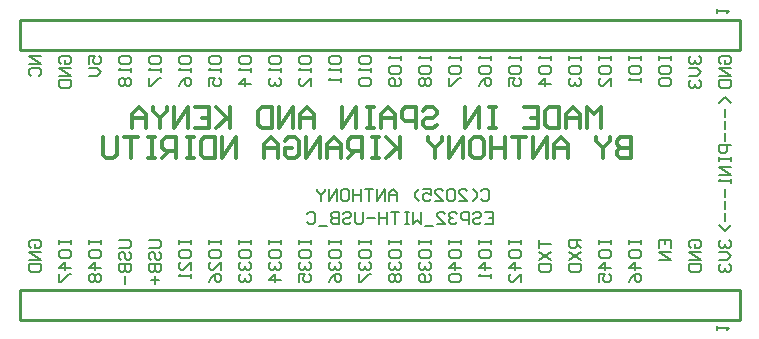
<source format=gbo>
G04*
G04 #@! TF.GenerationSoftware,Altium Limited,Altium Designer,24.5.2 (23)*
G04*
G04 Layer_Color=32896*
%FSLAX25Y25*%
%MOIN*%
G70*
G04*
G04 #@! TF.SameCoordinates,24FF50D2-DFE2-4597-A0F4-7CAA859AE4CF*
G04*
G04*
G04 #@! TF.FilePolarity,Positive*
G04*
G01*
G75*
%ADD11C,0.00600*%
%ADD62C,0.01200*%
%ADD78C,0.01000*%
D11*
X267000Y72201D02*
X265001Y74200D01*
X263001Y72201D01*
X265001Y70201D02*
Y67536D01*
Y66203D02*
Y63537D01*
Y62204D02*
Y59538D01*
X267000Y58205D02*
X263001D01*
Y56206D01*
X263668Y55539D01*
X265001D01*
X265667Y56206D01*
Y58205D01*
X263001Y54206D02*
Y52874D01*
Y53540D01*
X267000D01*
Y54206D01*
Y52874D01*
Y50874D02*
X263001D01*
X267000Y48208D01*
X263001D01*
X267000Y46876D02*
Y45543D01*
Y46209D01*
X263001D01*
X263668Y46876D01*
X265001Y43543D02*
Y40877D01*
Y39544D02*
Y36879D01*
Y35546D02*
Y32880D01*
X267000Y31547D02*
X265001Y29548D01*
X263001Y31547D01*
X185234Y35765D02*
X187900D01*
Y31766D01*
X185234D01*
X187900Y33766D02*
X186567D01*
X181236Y35099D02*
X181902Y35765D01*
X183235D01*
X183901Y35099D01*
Y34432D01*
X183235Y33766D01*
X181902D01*
X181236Y33099D01*
Y32433D01*
X181902Y31766D01*
X183235D01*
X183901Y32433D01*
X179903Y31766D02*
Y35765D01*
X177903D01*
X177237Y35099D01*
Y33766D01*
X177903Y33099D01*
X179903D01*
X175904Y35099D02*
X175237Y35765D01*
X173905D01*
X173238Y35099D01*
Y34432D01*
X173905Y33766D01*
X174571D01*
X173905D01*
X173238Y33099D01*
Y32433D01*
X173905Y31766D01*
X175237D01*
X175904Y32433D01*
X169239Y31766D02*
X171905D01*
X169239Y34432D01*
Y35099D01*
X169906Y35765D01*
X171239D01*
X171905Y35099D01*
X167906Y31100D02*
X165241D01*
X163908Y35765D02*
Y31766D01*
X162575Y33099D01*
X161242Y31766D01*
Y35765D01*
X159909D02*
X158576D01*
X159243D01*
Y31766D01*
X159909D01*
X158576D01*
X156577Y35765D02*
X153911D01*
X155244D01*
Y31766D01*
X152578Y35765D02*
Y31766D01*
Y33766D01*
X149912D01*
Y35765D01*
Y31766D01*
X148579Y33766D02*
X145914D01*
X144581Y35765D02*
Y32433D01*
X143914Y31766D01*
X142581D01*
X141915Y32433D01*
Y35765D01*
X137916Y35099D02*
X138583Y35765D01*
X139916D01*
X140582Y35099D01*
Y34432D01*
X139916Y33766D01*
X138583D01*
X137916Y33099D01*
Y32433D01*
X138583Y31766D01*
X139916D01*
X140582Y32433D01*
X136583Y35765D02*
Y31766D01*
X134584D01*
X133917Y32433D01*
Y33099D01*
X134584Y33766D01*
X136583D01*
X134584D01*
X133917Y34432D01*
Y35099D01*
X134584Y35765D01*
X136583D01*
X132585Y31100D02*
X129919D01*
X125920Y35099D02*
X126586Y35765D01*
X127919D01*
X128586Y35099D01*
Y32433D01*
X127919Y31766D01*
X126586D01*
X125920Y32433D01*
X183734Y42932D02*
X184401Y43599D01*
X185733D01*
X186400Y42932D01*
Y40266D01*
X185733Y39600D01*
X184401D01*
X183734Y40266D01*
X181068Y39600D02*
X182401Y40933D01*
Y42266D01*
X181068Y43599D01*
X176403Y39600D02*
X179069D01*
X176403Y42266D01*
Y42932D01*
X177070Y43599D01*
X178403D01*
X179069Y42932D01*
X175070D02*
X174404Y43599D01*
X173071D01*
X172405Y42932D01*
Y40266D01*
X173071Y39600D01*
X174404D01*
X175070Y40266D01*
Y42932D01*
X168406Y39600D02*
X171072D01*
X168406Y42266D01*
Y42932D01*
X169072Y43599D01*
X170405D01*
X171072Y42932D01*
X164407Y43599D02*
X167073D01*
Y41599D01*
X165740Y42266D01*
X165074D01*
X164407Y41599D01*
Y40266D01*
X165074Y39600D01*
X166406D01*
X167073Y40266D01*
X163074Y39600D02*
X161741Y40933D01*
Y42266D01*
X163074Y43599D01*
X155743Y39600D02*
Y42266D01*
X154410Y43599D01*
X153077Y42266D01*
Y39600D01*
Y41599D01*
X155743D01*
X151744Y39600D02*
Y43599D01*
X149079Y39600D01*
Y43599D01*
X147746D02*
X145080D01*
X146413D01*
Y39600D01*
X143747Y43599D02*
Y39600D01*
Y41599D01*
X141081D01*
Y43599D01*
Y39600D01*
X137749Y43599D02*
X139082D01*
X139748Y42932D01*
Y40266D01*
X139082Y39600D01*
X137749D01*
X137083Y40266D01*
Y42932D01*
X137749Y43599D01*
X135750Y39600D02*
Y43599D01*
X133084Y39600D01*
Y43599D01*
X131751D02*
Y42932D01*
X130418Y41599D01*
X129085Y42932D01*
Y43599D01*
X130418Y41599D02*
Y39600D01*
X33668Y23834D02*
X33001Y24501D01*
Y25834D01*
X33668Y26500D01*
X36334D01*
X37000Y25834D01*
Y24501D01*
X36334Y23834D01*
X35001D01*
Y25167D01*
X37000Y22501D02*
X33001D01*
X37000Y19836D01*
X33001D01*
Y18503D02*
X37000D01*
Y16503D01*
X36334Y15837D01*
X33668D01*
X33001Y16503D01*
Y18503D01*
X43001Y26500D02*
Y25167D01*
Y25834D01*
X47000D01*
Y26500D01*
Y25167D01*
X43001Y21168D02*
Y22501D01*
X43668Y23168D01*
X46334D01*
X47000Y22501D01*
Y21168D01*
X46334Y20502D01*
X43668D01*
X43001Y21168D01*
X47000Y17170D02*
X43001D01*
X45001Y19169D01*
Y16503D01*
X43001Y15170D02*
Y12505D01*
X43668D01*
X46334Y15170D01*
X47000D01*
X53001Y26500D02*
Y25167D01*
Y25834D01*
X57000D01*
Y26500D01*
Y25167D01*
X53001Y21168D02*
Y22501D01*
X53668Y23168D01*
X56334D01*
X57000Y22501D01*
Y21168D01*
X56334Y20502D01*
X53668D01*
X53001Y21168D01*
X57000Y17170D02*
X53001D01*
X55001Y19169D01*
Y16503D01*
X53668Y15170D02*
X53001Y14504D01*
Y13171D01*
X53668Y12505D01*
X54334D01*
X55001Y13171D01*
X55667Y12505D01*
X56334D01*
X57000Y13171D01*
Y14504D01*
X56334Y15170D01*
X55667D01*
X55001Y14504D01*
X54334Y15170D01*
X53668D01*
X55001Y14504D02*
Y13171D01*
X63001Y26500D02*
X66334D01*
X67000Y25834D01*
Y24501D01*
X66334Y23834D01*
X63001D01*
X63668Y19836D02*
X63001Y20502D01*
Y21835D01*
X63668Y22501D01*
X64334D01*
X65001Y21835D01*
Y20502D01*
X65667Y19836D01*
X66334D01*
X67000Y20502D01*
Y21835D01*
X66334Y22501D01*
X63001Y18503D02*
X67000D01*
Y16503D01*
X66334Y15837D01*
X65667D01*
X65001Y16503D01*
Y18503D01*
Y16503D01*
X64334Y15837D01*
X63668D01*
X63001Y16503D01*
Y18503D01*
X65001Y14504D02*
Y11838D01*
X83001Y26500D02*
Y25167D01*
Y25834D01*
X87000D01*
Y26500D01*
Y25167D01*
X83001Y21168D02*
Y22501D01*
X83668Y23168D01*
X86334D01*
X87000Y22501D01*
Y21168D01*
X86334Y20502D01*
X83668D01*
X83001Y21168D01*
X87000Y16503D02*
Y19169D01*
X84334Y16503D01*
X83668D01*
X83001Y17170D01*
Y18503D01*
X83668Y19169D01*
X87000Y15170D02*
Y13837D01*
Y14504D01*
X83001D01*
X83668Y15170D01*
X93001Y26500D02*
Y25167D01*
Y25834D01*
X97000D01*
Y26500D01*
Y25167D01*
X93001Y21168D02*
Y22501D01*
X93668Y23168D01*
X96334D01*
X97000Y22501D01*
Y21168D01*
X96334Y20502D01*
X93668D01*
X93001Y21168D01*
X97000Y16503D02*
Y19169D01*
X94334Y16503D01*
X93668D01*
X93001Y17170D01*
Y18503D01*
X93668Y19169D01*
X93001Y12505D02*
X93668Y13837D01*
X95001Y15170D01*
X96334D01*
X97000Y14504D01*
Y13171D01*
X96334Y12505D01*
X95667D01*
X95001Y13171D01*
Y15170D01*
X103001Y26500D02*
Y25167D01*
Y25834D01*
X107000D01*
Y26500D01*
Y25167D01*
X103001Y21168D02*
Y22501D01*
X103668Y23168D01*
X106333D01*
X107000Y22501D01*
Y21168D01*
X106333Y20502D01*
X103668D01*
X103001Y21168D01*
X103668Y19169D02*
X103001Y18503D01*
Y17170D01*
X103668Y16503D01*
X104334D01*
X105001Y17170D01*
Y17836D01*
Y17170D01*
X105667Y16503D01*
X106333D01*
X107000Y17170D01*
Y18503D01*
X106333Y19169D01*
X103668Y15170D02*
X103001Y14504D01*
Y13171D01*
X103668Y12505D01*
X104334D01*
X105001Y13171D01*
Y13837D01*
Y13171D01*
X105667Y12505D01*
X106333D01*
X107000Y13171D01*
Y14504D01*
X106333Y15170D01*
X113001Y26500D02*
Y25167D01*
Y25834D01*
X117000D01*
Y26500D01*
Y25167D01*
X113001Y21168D02*
Y22501D01*
X113668Y23168D01*
X116333D01*
X117000Y22501D01*
Y21168D01*
X116333Y20502D01*
X113668D01*
X113001Y21168D01*
X113668Y19169D02*
X113001Y18503D01*
Y17170D01*
X113668Y16503D01*
X114334D01*
X115001Y17170D01*
Y17836D01*
Y17170D01*
X115667Y16503D01*
X116333D01*
X117000Y17170D01*
Y18503D01*
X116333Y19169D01*
X117000Y13171D02*
X113001D01*
X115001Y15170D01*
Y12505D01*
X73001Y26500D02*
X76334D01*
X77000Y25834D01*
Y24501D01*
X76334Y23834D01*
X73001D01*
X73668Y19836D02*
X73001Y20502D01*
Y21835D01*
X73668Y22501D01*
X74334D01*
X75001Y21835D01*
Y20502D01*
X75667Y19836D01*
X76334D01*
X77000Y20502D01*
Y21835D01*
X76334Y22501D01*
X73001Y18503D02*
X77000D01*
Y16503D01*
X76334Y15837D01*
X75667D01*
X75001Y16503D01*
Y18503D01*
Y16503D01*
X74334Y15837D01*
X73668D01*
X73001Y16503D01*
Y18503D01*
X75001Y14504D02*
Y11838D01*
X73668Y13171D02*
X76334D01*
X133001Y26500D02*
Y25167D01*
Y25834D01*
X137000D01*
Y26500D01*
Y25167D01*
X133001Y21168D02*
Y22501D01*
X133668Y23168D01*
X136334D01*
X137000Y22501D01*
Y21168D01*
X136334Y20502D01*
X133668D01*
X133001Y21168D01*
X133668Y19169D02*
X133001Y18503D01*
Y17170D01*
X133668Y16503D01*
X134334D01*
X135001Y17170D01*
Y17836D01*
Y17170D01*
X135667Y16503D01*
X136334D01*
X137000Y17170D01*
Y18503D01*
X136334Y19169D01*
X133001Y12505D02*
X133668Y13837D01*
X135001Y15170D01*
X136334D01*
X137000Y14504D01*
Y13171D01*
X136334Y12505D01*
X135667D01*
X135001Y13171D01*
Y15170D01*
X143001Y26500D02*
Y25167D01*
Y25834D01*
X147000D01*
Y26500D01*
Y25167D01*
X143001Y21168D02*
Y22501D01*
X143668Y23168D01*
X146334D01*
X147000Y22501D01*
Y21168D01*
X146334Y20502D01*
X143668D01*
X143001Y21168D01*
X143668Y19169D02*
X143001Y18503D01*
Y17170D01*
X143668Y16503D01*
X144334D01*
X145001Y17170D01*
Y17836D01*
Y17170D01*
X145667Y16503D01*
X146334D01*
X147000Y17170D01*
Y18503D01*
X146334Y19169D01*
X143001Y15170D02*
Y12505D01*
X143668D01*
X146334Y15170D01*
X147000D01*
X153001Y26500D02*
Y25167D01*
Y25834D01*
X157000D01*
Y26500D01*
Y25167D01*
X153001Y21168D02*
Y22501D01*
X153668Y23168D01*
X156333D01*
X157000Y22501D01*
Y21168D01*
X156333Y20502D01*
X153668D01*
X153001Y21168D01*
X153668Y19169D02*
X153001Y18503D01*
Y17170D01*
X153668Y16503D01*
X154334D01*
X155001Y17170D01*
Y17836D01*
Y17170D01*
X155667Y16503D01*
X156333D01*
X157000Y17170D01*
Y18503D01*
X156333Y19169D01*
X153668Y15170D02*
X153001Y14504D01*
Y13171D01*
X153668Y12505D01*
X154334D01*
X155001Y13171D01*
X155667Y12505D01*
X156333D01*
X157000Y13171D01*
Y14504D01*
X156333Y15170D01*
X155667D01*
X155001Y14504D01*
X154334Y15170D01*
X153668D01*
X155001Y14504D02*
Y13171D01*
X163001Y26500D02*
Y25167D01*
Y25834D01*
X167000D01*
Y26500D01*
Y25167D01*
X163001Y21168D02*
Y22501D01*
X163668Y23168D01*
X166333D01*
X167000Y22501D01*
Y21168D01*
X166333Y20502D01*
X163668D01*
X163001Y21168D01*
X163668Y19169D02*
X163001Y18503D01*
Y17170D01*
X163668Y16503D01*
X164334D01*
X165001Y17170D01*
Y17836D01*
Y17170D01*
X165667Y16503D01*
X166333D01*
X167000Y17170D01*
Y18503D01*
X166333Y19169D01*
Y15170D02*
X167000Y14504D01*
Y13171D01*
X166333Y12505D01*
X163668D01*
X163001Y13171D01*
Y14504D01*
X163668Y15170D01*
X164334D01*
X165001Y14504D01*
Y12505D01*
X123001Y26500D02*
Y25167D01*
Y25834D01*
X127000D01*
Y26500D01*
Y25167D01*
X123001Y21168D02*
Y22501D01*
X123668Y23168D01*
X126333D01*
X127000Y22501D01*
Y21168D01*
X126333Y20502D01*
X123668D01*
X123001Y21168D01*
X123668Y19169D02*
X123001Y18503D01*
Y17170D01*
X123668Y16503D01*
X124334D01*
X125001Y17170D01*
Y17836D01*
Y17170D01*
X125667Y16503D01*
X126333D01*
X127000Y17170D01*
Y18503D01*
X126333Y19169D01*
X123001Y12505D02*
Y15170D01*
X125001D01*
X124334Y13837D01*
Y13171D01*
X125001Y12505D01*
X126333D01*
X127000Y13171D01*
Y14504D01*
X126333Y15170D01*
X183001Y26500D02*
Y25167D01*
Y25834D01*
X187000D01*
Y26500D01*
Y25167D01*
X183001Y21168D02*
Y22501D01*
X183668Y23168D01*
X186334D01*
X187000Y22501D01*
Y21168D01*
X186334Y20502D01*
X183668D01*
X183001Y21168D01*
X187000Y17170D02*
X183001D01*
X185001Y19169D01*
Y16503D01*
X187000Y15170D02*
Y13837D01*
Y14504D01*
X183001D01*
X183668Y15170D01*
X193001Y26500D02*
Y25167D01*
Y25834D01*
X197000D01*
Y26500D01*
Y25167D01*
X193001Y21168D02*
Y22501D01*
X193668Y23168D01*
X196334D01*
X197000Y22501D01*
Y21168D01*
X196334Y20502D01*
X193668D01*
X193001Y21168D01*
X197000Y17170D02*
X193001D01*
X195001Y19169D01*
Y16503D01*
X197000Y12505D02*
Y15170D01*
X194334Y12505D01*
X193668D01*
X193001Y13171D01*
Y14504D01*
X193668Y15170D01*
X203001Y26500D02*
Y23834D01*
Y25167D01*
X207000D01*
X203001Y22501D02*
X207000Y19836D01*
X203001D02*
X207000Y22501D01*
X203001Y18503D02*
X207000D01*
Y16503D01*
X206334Y15837D01*
X203668D01*
X203001Y16503D01*
Y18503D01*
X217000Y26500D02*
X213001D01*
Y24501D01*
X213668Y23834D01*
X215001D01*
X215667Y24501D01*
Y26500D01*
Y25167D02*
X217000Y23834D01*
X213001Y22501D02*
X217000Y19836D01*
X213001D02*
X217000Y22501D01*
X213001Y18503D02*
X217000D01*
Y16503D01*
X216334Y15837D01*
X213668D01*
X213001Y16503D01*
Y18503D01*
X173001Y26500D02*
Y25167D01*
Y25834D01*
X177000D01*
Y26500D01*
Y25167D01*
X173001Y21168D02*
Y22501D01*
X173668Y23168D01*
X176333D01*
X177000Y22501D01*
Y21168D01*
X176333Y20502D01*
X173668D01*
X173001Y21168D01*
X177000Y17170D02*
X173001D01*
X175001Y19169D01*
Y16503D01*
X173668Y15170D02*
X173001Y14504D01*
Y13171D01*
X173668Y12505D01*
X176333D01*
X177000Y13171D01*
Y14504D01*
X176333Y15170D01*
X173668D01*
X223001Y26500D02*
Y25167D01*
Y25834D01*
X227000D01*
Y26500D01*
Y25167D01*
X223001Y21168D02*
Y22501D01*
X223668Y23168D01*
X226334D01*
X227000Y22501D01*
Y21168D01*
X226334Y20502D01*
X223668D01*
X223001Y21168D01*
X227000Y17170D02*
X223001D01*
X225001Y19169D01*
Y16503D01*
X223001Y12505D02*
Y15170D01*
X225001D01*
X224334Y13837D01*
Y13171D01*
X225001Y12505D01*
X226334D01*
X227000Y13171D01*
Y14504D01*
X226334Y15170D01*
X263668Y26500D02*
X263001Y25834D01*
Y24501D01*
X263668Y23834D01*
X264334D01*
X265001Y24501D01*
Y25167D01*
Y24501D01*
X265667Y23834D01*
X266334D01*
X267000Y24501D01*
Y25834D01*
X266334Y26500D01*
X263001Y22501D02*
X265667D01*
X267000Y21168D01*
X265667Y19836D01*
X263001D01*
X263668Y18503D02*
X263001Y17836D01*
Y16503D01*
X263668Y15837D01*
X264334D01*
X265001Y16503D01*
Y17170D01*
Y16503D01*
X265667Y15837D01*
X266334D01*
X267000Y16503D01*
Y17836D01*
X266334Y18503D01*
X253668Y23834D02*
X253001Y24501D01*
Y25834D01*
X253668Y26500D01*
X256334D01*
X257000Y25834D01*
Y24501D01*
X256334Y23834D01*
X255001D01*
Y25167D01*
X257000Y22501D02*
X253001D01*
X257000Y19836D01*
X253001D01*
Y18503D02*
X257000D01*
Y16503D01*
X256334Y15837D01*
X253668D01*
X253001Y16503D01*
Y18503D01*
X243001Y23834D02*
Y26500D01*
X247000D01*
Y23834D01*
X245001Y26500D02*
Y25167D01*
X247000Y22501D02*
X243001D01*
X247000Y19836D01*
X243001D01*
X233001Y26500D02*
Y25167D01*
Y25834D01*
X237000D01*
Y26500D01*
Y25167D01*
X233001Y21168D02*
Y22501D01*
X233668Y23168D01*
X236334D01*
X237000Y22501D01*
Y21168D01*
X236334Y20502D01*
X233668D01*
X233001Y21168D01*
X237000Y17170D02*
X233001D01*
X235001Y19169D01*
Y16503D01*
X233001Y12505D02*
X233668Y13837D01*
X235001Y15170D01*
X236334D01*
X237000Y14504D01*
Y13171D01*
X236334Y12505D01*
X235667D01*
X235001Y13171D01*
Y15170D01*
X253668Y87900D02*
X253001Y87234D01*
Y85901D01*
X253668Y85234D01*
X254334D01*
X255001Y85901D01*
Y86567D01*
Y85901D01*
X255667Y85234D01*
X256334D01*
X257000Y85901D01*
Y87234D01*
X256334Y87900D01*
X253001Y83901D02*
X255667D01*
X257000Y82568D01*
X255667Y81235D01*
X253001D01*
X253668Y79903D02*
X253001Y79236D01*
Y77903D01*
X253668Y77237D01*
X254334D01*
X255001Y77903D01*
Y78570D01*
Y77903D01*
X255667Y77237D01*
X256334D01*
X257000Y77903D01*
Y79236D01*
X256334Y79903D01*
X133668Y87900D02*
X133001Y87234D01*
Y85901D01*
X133668Y85234D01*
X136334D01*
X137000Y85901D01*
Y87234D01*
X136334Y87900D01*
X133668D01*
X137000Y83901D02*
Y82568D01*
Y83235D01*
X133001D01*
X133668Y83901D01*
X137000Y80569D02*
Y79236D01*
Y79903D01*
X133001D01*
X133668Y80569D01*
X123668Y87900D02*
X123001Y87234D01*
Y85901D01*
X123668Y85234D01*
X126333D01*
X127000Y85901D01*
Y87234D01*
X126333Y87900D01*
X123668D01*
X127000Y83901D02*
Y82568D01*
Y83235D01*
X123001D01*
X123668Y83901D01*
X127000Y77903D02*
Y80569D01*
X124334Y77903D01*
X123668D01*
X123001Y78570D01*
Y79903D01*
X123668Y80569D01*
X113668Y87900D02*
X113001Y87234D01*
Y85901D01*
X113668Y85234D01*
X116333D01*
X117000Y85901D01*
Y87234D01*
X116333Y87900D01*
X113668D01*
X117000Y83901D02*
Y82568D01*
Y83235D01*
X113001D01*
X113668Y83901D01*
Y80569D02*
X113001Y79903D01*
Y78570D01*
X113668Y77903D01*
X114334D01*
X115001Y78570D01*
Y79236D01*
Y78570D01*
X115667Y77903D01*
X116333D01*
X117000Y78570D01*
Y79903D01*
X116333Y80569D01*
X103668Y87900D02*
X103001Y87234D01*
Y85901D01*
X103668Y85234D01*
X106333D01*
X107000Y85901D01*
Y87234D01*
X106333Y87900D01*
X103668D01*
X107000Y83901D02*
Y82568D01*
Y83235D01*
X103001D01*
X103668Y83901D01*
X107000Y78570D02*
X103001D01*
X105001Y80569D01*
Y77903D01*
X93668Y87900D02*
X93001Y87234D01*
Y85901D01*
X93668Y85234D01*
X96334D01*
X97000Y85901D01*
Y87234D01*
X96334Y87900D01*
X93668D01*
X97000Y83901D02*
Y82568D01*
Y83235D01*
X93001D01*
X93668Y83901D01*
X93001Y77903D02*
Y80569D01*
X95001D01*
X94334Y79236D01*
Y78570D01*
X95001Y77903D01*
X96334D01*
X97000Y78570D01*
Y79903D01*
X96334Y80569D01*
X83668Y87900D02*
X83001Y87234D01*
Y85901D01*
X83668Y85234D01*
X86334D01*
X87000Y85901D01*
Y87234D01*
X86334Y87900D01*
X83668D01*
X87000Y83901D02*
Y82568D01*
Y83235D01*
X83001D01*
X83668Y83901D01*
X83001Y77903D02*
X83668Y79236D01*
X85001Y80569D01*
X86334D01*
X87000Y79903D01*
Y78570D01*
X86334Y77903D01*
X85667D01*
X85001Y78570D01*
Y80569D01*
X73668Y87900D02*
X73001Y87234D01*
Y85901D01*
X73668Y85234D01*
X76334D01*
X77000Y85901D01*
Y87234D01*
X76334Y87900D01*
X73668D01*
X77000Y83901D02*
Y82568D01*
Y83235D01*
X73001D01*
X73668Y83901D01*
X73001Y80569D02*
Y77903D01*
X73668D01*
X76334Y80569D01*
X77000D01*
X63668Y87900D02*
X63001Y87234D01*
Y85901D01*
X63668Y85234D01*
X66334D01*
X67000Y85901D01*
Y87234D01*
X66334Y87900D01*
X63668D01*
X67000Y83901D02*
Y82568D01*
Y83235D01*
X63001D01*
X63668Y83901D01*
Y80569D02*
X63001Y79903D01*
Y78570D01*
X63668Y77903D01*
X64334D01*
X65001Y78570D01*
X65667Y77903D01*
X66334D01*
X67000Y78570D01*
Y79903D01*
X66334Y80569D01*
X65667D01*
X65001Y79903D01*
X64334Y80569D01*
X63668D01*
X65001Y79903D02*
Y78570D01*
X53001Y85234D02*
Y87900D01*
X55001D01*
X54334Y86567D01*
Y85901D01*
X55001Y85234D01*
X56334D01*
X57000Y85901D01*
Y87234D01*
X56334Y87900D01*
X53001Y83901D02*
X55667D01*
X57000Y82568D01*
X55667Y81235D01*
X53001D01*
X43668Y85234D02*
X43001Y85901D01*
Y87234D01*
X43668Y87900D01*
X46334D01*
X47000Y87234D01*
Y85901D01*
X46334Y85234D01*
X45001D01*
Y86567D01*
X47000Y83901D02*
X43001D01*
X47000Y81235D01*
X43001D01*
Y79903D02*
X47000D01*
Y77903D01*
X46334Y77237D01*
X43668D01*
X43001Y77903D01*
Y79903D01*
X37000Y87900D02*
X33001D01*
X37000Y85234D01*
X33001D01*
X33668Y81235D02*
X33001Y81902D01*
Y83235D01*
X33668Y83901D01*
X36334D01*
X37000Y83235D01*
Y81902D01*
X36334Y81235D01*
X143001Y85901D02*
Y87234D01*
X143668Y87900D01*
X146334D01*
X147000Y87234D01*
Y85901D01*
X146334Y85234D01*
X143668D01*
X143001Y85901D01*
X147000Y83901D02*
Y82568D01*
Y83235D01*
X143001D01*
X143668Y83901D01*
Y80569D02*
X143001Y79903D01*
Y78570D01*
X143668Y77903D01*
X146334D01*
X147000Y78570D01*
Y79903D01*
X146334Y80569D01*
X143668D01*
X157000Y87900D02*
Y86567D01*
Y87234D01*
X153001D01*
X153668Y87900D01*
Y84568D02*
X153001Y83901D01*
Y82568D01*
X153668Y81902D01*
X156333D01*
X157000Y82568D01*
Y83901D01*
X156333Y84568D01*
X153668D01*
X156333Y80569D02*
X157000Y79903D01*
Y78570D01*
X156333Y77903D01*
X153668D01*
X153001Y78570D01*
Y79903D01*
X153668Y80569D01*
X154334D01*
X155001Y79903D01*
Y77903D01*
X167000Y87900D02*
Y86567D01*
Y87234D01*
X163001D01*
X163668Y87900D01*
Y84568D02*
X163001Y83901D01*
Y82568D01*
X163668Y81902D01*
X166333D01*
X167000Y82568D01*
Y83901D01*
X166333Y84568D01*
X163668D01*
Y80569D02*
X163001Y79903D01*
Y78570D01*
X163668Y77903D01*
X164334D01*
X165001Y78570D01*
X165667Y77903D01*
X166333D01*
X167000Y78570D01*
Y79903D01*
X166333Y80569D01*
X165667D01*
X165001Y79903D01*
X164334Y80569D01*
X163668D01*
X165001Y79903D02*
Y78570D01*
X177000Y87900D02*
Y86567D01*
Y87234D01*
X173001D01*
X173668Y87900D01*
Y84568D02*
X173001Y83901D01*
Y82568D01*
X173668Y81902D01*
X176333D01*
X177000Y82568D01*
Y83901D01*
X176333Y84568D01*
X173668D01*
X173001Y80569D02*
Y77903D01*
X173668D01*
X176333Y80569D01*
X177000D01*
X187000Y87900D02*
Y86567D01*
Y87234D01*
X183001D01*
X183668Y87900D01*
Y84568D02*
X183001Y83901D01*
Y82568D01*
X183668Y81902D01*
X186334D01*
X187000Y82568D01*
Y83901D01*
X186334Y84568D01*
X183668D01*
X183001Y77903D02*
X183668Y79236D01*
X185001Y80569D01*
X186334D01*
X187000Y79903D01*
Y78570D01*
X186334Y77903D01*
X185667D01*
X185001Y78570D01*
Y80569D01*
X197000Y87900D02*
Y86567D01*
Y87234D01*
X193001D01*
X193668Y87900D01*
Y84568D02*
X193001Y83901D01*
Y82568D01*
X193668Y81902D01*
X196334D01*
X197000Y82568D01*
Y83901D01*
X196334Y84568D01*
X193668D01*
X193001Y77903D02*
Y80569D01*
X195001D01*
X194334Y79236D01*
Y78570D01*
X195001Y77903D01*
X196334D01*
X197000Y78570D01*
Y79903D01*
X196334Y80569D01*
X207000Y87900D02*
Y86567D01*
Y87234D01*
X203001D01*
X203668Y87900D01*
Y84568D02*
X203001Y83901D01*
Y82568D01*
X203668Y81902D01*
X206334D01*
X207000Y82568D01*
Y83901D01*
X206334Y84568D01*
X203668D01*
X207000Y78570D02*
X203001D01*
X205001Y80569D01*
Y77903D01*
X213001Y87900D02*
Y86567D01*
Y87234D01*
X217000D01*
Y87900D01*
Y86567D01*
X213001Y82568D02*
Y83901D01*
X213668Y84568D01*
X216334D01*
X217000Y83901D01*
Y82568D01*
X216334Y81902D01*
X213668D01*
X213001Y82568D01*
X213668Y80569D02*
X213001Y79903D01*
Y78570D01*
X213668Y77903D01*
X214334D01*
X215001Y78570D01*
Y79236D01*
Y78570D01*
X215667Y77903D01*
X216334D01*
X217000Y78570D01*
Y79903D01*
X216334Y80569D01*
X223001Y87900D02*
Y86567D01*
Y87234D01*
X227000D01*
Y87900D01*
Y86567D01*
X223668Y84568D02*
X223001Y83901D01*
Y82568D01*
X223668Y81902D01*
X226334D01*
X227000Y82568D01*
Y83901D01*
X226334Y84568D01*
X223668D01*
X227000Y77903D02*
Y80569D01*
X224334Y77903D01*
X223668D01*
X223001Y78570D01*
Y79903D01*
X223668Y80569D01*
X233001Y87900D02*
Y86567D01*
Y87234D01*
X237000D01*
Y87900D01*
Y86567D01*
X233668Y84568D02*
X233001Y83901D01*
Y82568D01*
X233668Y81902D01*
X236334D01*
X237000Y82568D01*
Y83901D01*
X236334Y84568D01*
X233668D01*
X237000Y80569D02*
Y79236D01*
Y79903D01*
X233001D01*
X233668Y80569D01*
X243001Y87900D02*
Y86567D01*
Y87234D01*
X247000D01*
Y87900D01*
Y86567D01*
X243668Y84568D02*
X243001Y83901D01*
Y82568D01*
X243668Y81902D01*
X246334D01*
X247000Y82568D01*
Y83901D01*
X246334Y84568D01*
X243668D01*
Y80569D02*
X243001Y79903D01*
Y78570D01*
X243668Y77903D01*
X246334D01*
X247000Y78570D01*
Y79903D01*
X246334Y80569D01*
X243668D01*
X263668Y85234D02*
X263001Y85901D01*
Y87234D01*
X263668Y87900D01*
X266334D01*
X267000Y87234D01*
Y85901D01*
X266334Y85234D01*
X265001D01*
Y86567D01*
X267000Y83901D02*
X263001D01*
X267000Y81235D01*
X263001D01*
Y79903D02*
X267000D01*
Y77903D01*
X266334Y77237D01*
X263668D01*
X263001Y77903D01*
Y79903D01*
X262600Y-3500D02*
Y-2167D01*
Y-2833D01*
X266599D01*
X265932Y-3500D01*
X262600Y102100D02*
Y103433D01*
Y102767D01*
X266599D01*
X265932Y102100D01*
D62*
X223800Y63700D02*
Y70698D01*
X221467Y68365D01*
X219135Y70698D01*
Y63700D01*
X216802D02*
Y68365D01*
X214470Y70698D01*
X212137Y68365D01*
Y63700D01*
Y67199D01*
X216802D01*
X209805Y70698D02*
Y63700D01*
X206306D01*
X205139Y64866D01*
Y69531D01*
X206306Y70698D01*
X209805D01*
X198142D02*
X202807D01*
Y63700D01*
X198142D01*
X202807Y67199D02*
X200474D01*
X188811Y70698D02*
X186479D01*
X187645D01*
Y63700D01*
X188811D01*
X186479D01*
X182980D02*
Y70698D01*
X178315Y63700D01*
Y70698D01*
X164319Y69531D02*
X165486Y70698D01*
X167818D01*
X168984Y69531D01*
Y68365D01*
X167818Y67199D01*
X165486D01*
X164319Y66033D01*
Y64866D01*
X165486Y63700D01*
X167818D01*
X168984Y64866D01*
X161987Y63700D02*
Y70698D01*
X158488D01*
X157322Y69531D01*
Y67199D01*
X158488Y66033D01*
X161987D01*
X154989Y63700D02*
Y68365D01*
X152656Y70698D01*
X150324Y68365D01*
Y63700D01*
Y67199D01*
X154989D01*
X147991Y70698D02*
X145659D01*
X146825D01*
Y63700D01*
X147991D01*
X145659D01*
X142160D02*
Y70698D01*
X137495Y63700D01*
Y70698D01*
X128164Y63700D02*
Y68365D01*
X125832Y70698D01*
X123499Y68365D01*
Y63700D01*
Y67199D01*
X128164D01*
X121167Y63700D02*
Y70698D01*
X116501Y63700D01*
Y70698D01*
X114169D02*
Y63700D01*
X110670D01*
X109504Y64866D01*
Y69531D01*
X110670Y70698D01*
X114169D01*
X100173D02*
Y63700D01*
Y66033D01*
X95508Y70698D01*
X99007Y67199D01*
X95508Y63700D01*
X88510Y70698D02*
X93176D01*
Y63700D01*
X88510D01*
X93176Y67199D02*
X90843D01*
X86178Y63700D02*
Y70698D01*
X81513Y63700D01*
Y70698D01*
X79180D02*
Y69531D01*
X76847Y67199D01*
X74515Y69531D01*
Y70698D01*
X76847Y67199D02*
Y63700D01*
X72182D02*
Y68365D01*
X69850Y70698D01*
X67517Y68365D01*
Y63700D01*
Y67199D01*
X72182D01*
X233800Y60698D02*
Y53700D01*
X230301D01*
X229135Y54866D01*
Y56033D01*
X230301Y57199D01*
X233800D01*
X230301D01*
X229135Y58365D01*
Y59531D01*
X230301Y60698D01*
X233800D01*
X226802D02*
Y59531D01*
X224470Y57199D01*
X222137Y59531D01*
Y60698D01*
X224470Y57199D02*
Y53700D01*
X212807D02*
Y58365D01*
X210474Y60698D01*
X208142Y58365D01*
Y53700D01*
Y57199D01*
X212807D01*
X205809Y53700D02*
Y60698D01*
X201144Y53700D01*
Y60698D01*
X198811D02*
X194146D01*
X196479D01*
Y53700D01*
X191814Y60698D02*
Y53700D01*
Y57199D01*
X187148D01*
Y60698D01*
Y53700D01*
X181317Y60698D02*
X183650D01*
X184816Y59531D01*
Y54866D01*
X183650Y53700D01*
X181317D01*
X180151Y54866D01*
Y59531D01*
X181317Y60698D01*
X177818Y53700D02*
Y60698D01*
X173153Y53700D01*
Y60698D01*
X170820D02*
Y59531D01*
X168488Y57199D01*
X166155Y59531D01*
Y60698D01*
X168488Y57199D02*
Y53700D01*
X156825Y60698D02*
Y53700D01*
Y56033D01*
X152160Y60698D01*
X155659Y57199D01*
X152160Y53700D01*
X149827Y60698D02*
X147494D01*
X148661D01*
Y53700D01*
X149827D01*
X147494D01*
X143996D02*
Y60698D01*
X140497D01*
X139330Y59531D01*
Y57199D01*
X140497Y56033D01*
X143996D01*
X141663D02*
X139330Y53700D01*
X136998D02*
Y58365D01*
X134665Y60698D01*
X132333Y58365D01*
Y53700D01*
Y57199D01*
X136998D01*
X130000Y53700D02*
Y60698D01*
X125335Y53700D01*
Y60698D01*
X118337Y59531D02*
X119504Y60698D01*
X121836D01*
X123002Y59531D01*
Y54866D01*
X121836Y53700D01*
X119504D01*
X118337Y54866D01*
Y57199D01*
X120670D01*
X116005Y53700D02*
Y58365D01*
X113672Y60698D01*
X111340Y58365D01*
Y53700D01*
Y57199D01*
X116005D01*
X102009Y53700D02*
Y60698D01*
X97344Y53700D01*
Y60698D01*
X95012D02*
Y53700D01*
X91513D01*
X90346Y54866D01*
Y59531D01*
X91513Y60698D01*
X95012D01*
X88014D02*
X85681D01*
X86848D01*
Y53700D01*
X88014D01*
X85681D01*
X82182D02*
Y60698D01*
X78683D01*
X77517Y59531D01*
Y57199D01*
X78683Y56033D01*
X82182D01*
X79850D02*
X77517Y53700D01*
X75185Y60698D02*
X72852D01*
X74018D01*
Y53700D01*
X75185D01*
X72852D01*
X69353Y60698D02*
X64688D01*
X67020D01*
Y53700D01*
X62355Y60698D02*
Y54866D01*
X61189Y53700D01*
X58856D01*
X57690Y54866D01*
Y60698D01*
D78*
X30000Y0D02*
X270000D01*
X30000D02*
Y10000D01*
X270000D01*
Y0D02*
Y10000D01*
X30000Y90000D02*
X270000D01*
X30000D02*
Y100000D01*
X270000D01*
Y90000D02*
Y100000D01*
M02*

</source>
